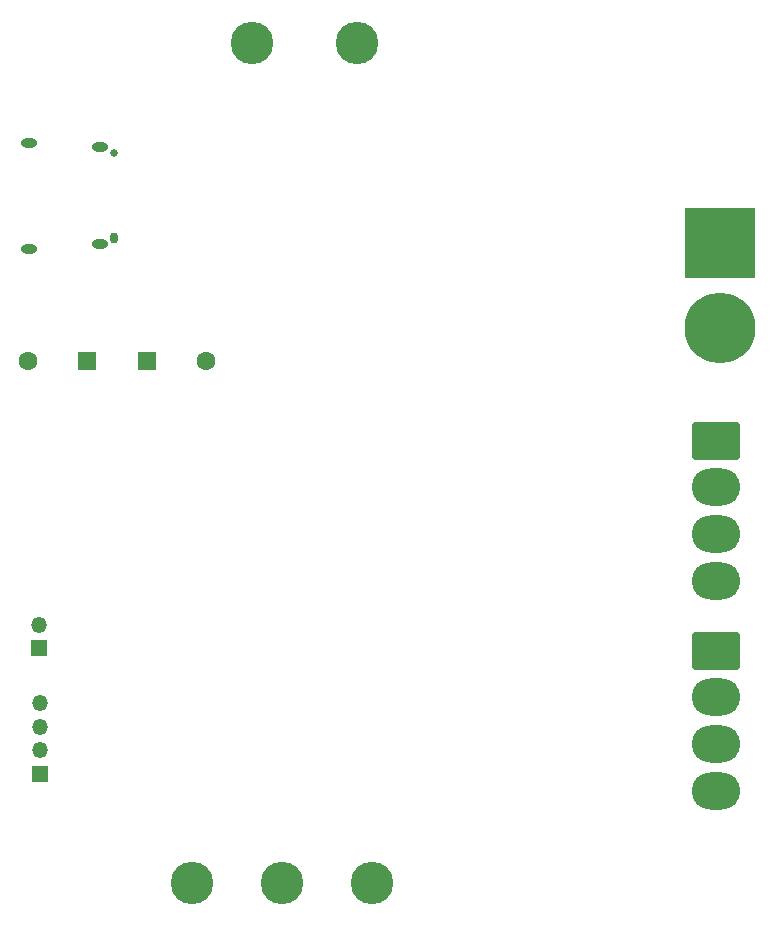
<source format=gbs>
G04 #@! TF.GenerationSoftware,KiCad,Pcbnew,(6.0.7)*
G04 #@! TF.CreationDate,2022-11-10T22:17:51-08:00*
G04 #@! TF.ProjectId,Gimbal,47696d62-616c-42e6-9b69-6361645f7063,rev?*
G04 #@! TF.SameCoordinates,Original*
G04 #@! TF.FileFunction,Soldermask,Bot*
G04 #@! TF.FilePolarity,Negative*
%FSLAX46Y46*%
G04 Gerber Fmt 4.6, Leading zero omitted, Abs format (unit mm)*
G04 Created by KiCad (PCBNEW (6.0.7)) date 2022-11-10 22:17:51*
%MOMM*%
%LPD*%
G01*
G04 APERTURE LIST*
G04 Aperture macros list*
%AMRoundRect*
0 Rectangle with rounded corners*
0 $1 Rounding radius*
0 $2 $3 $4 $5 $6 $7 $8 $9 X,Y pos of 4 corners*
0 Add a 4 corners polygon primitive as box body*
4,1,4,$2,$3,$4,$5,$6,$7,$8,$9,$2,$3,0*
0 Add four circle primitives for the rounded corners*
1,1,$1+$1,$2,$3*
1,1,$1+$1,$4,$5*
1,1,$1+$1,$6,$7*
1,1,$1+$1,$8,$9*
0 Add four rect primitives between the rounded corners*
20,1,$1+$1,$2,$3,$4,$5,0*
20,1,$1+$1,$4,$5,$6,$7,0*
20,1,$1+$1,$6,$7,$8,$9,0*
20,1,$1+$1,$8,$9,$2,$3,0*%
G04 Aperture macros list end*
%ADD10C,3.600000*%
%ADD11R,1.350000X1.350000*%
%ADD12O,1.350000X1.350000*%
%ADD13RoundRect,0.250000X-1.800000X1.330000X-1.800000X-1.330000X1.800000X-1.330000X1.800000X1.330000X0*%
%ADD14O,4.100000X3.160000*%
%ADD15C,6.000000*%
%ADD16R,6.000000X6.000000*%
%ADD17R,1.600000X1.600000*%
%ADD18C,1.600000*%
%ADD19C,0.650000*%
%ADD20O,0.650000X0.950000*%
%ADD21O,1.400000X0.800000*%
G04 APERTURE END LIST*
D10*
X144780000Y-49530000D03*
D11*
X117870000Y-111458000D03*
D12*
X117870000Y-109458000D03*
X117870000Y-107458000D03*
X117870000Y-105458000D03*
D13*
X175117000Y-83214000D03*
D14*
X175117000Y-87174000D03*
X175117000Y-91134000D03*
X175117000Y-95094000D03*
D11*
X117818000Y-100806000D03*
D12*
X117818000Y-98806000D03*
D10*
X130810000Y-120650000D03*
X135890000Y-49530000D03*
X138430000Y-120650000D03*
D15*
X175514000Y-73704000D03*
D16*
X175514000Y-66504000D03*
D13*
X175117000Y-100994000D03*
D14*
X175117000Y-104954000D03*
X175117000Y-108914000D03*
X175117000Y-112874000D03*
D10*
X146050000Y-120650000D03*
D17*
X121882000Y-76454000D03*
D18*
X116882000Y-76454000D03*
D19*
X124210000Y-58884000D03*
D20*
X124210000Y-66084000D03*
D21*
X117010000Y-66974000D03*
X122960000Y-58354000D03*
X122960000Y-66614000D03*
X117010000Y-57994000D03*
D17*
X126962000Y-76454000D03*
D18*
X131962000Y-76454000D03*
M02*

</source>
